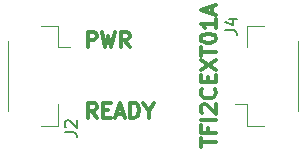
<source format=gbr>
G04 #@! TF.GenerationSoftware,KiCad,Pcbnew,(5.99.0-10394-g2e15de97e0)*
G04 #@! TF.CreationDate,2021-04-26T16:14:32+02:00*
G04 #@! TF.ProjectId,TFI2CEXT01A,54464932-4345-4585-9430-31412e6b6963,REV*
G04 #@! TF.SameCoordinates,PX78dfd90PY8290510*
G04 #@! TF.FileFunction,Legend,Top*
G04 #@! TF.FilePolarity,Positive*
%FSLAX46Y46*%
G04 Gerber Fmt 4.6, Leading zero omitted, Abs format (unit mm)*
G04 Created by KiCad (PCBNEW (5.99.0-10394-g2e15de97e0)) date 2021-04-26 16:14:32*
%MOMM*%
%LPD*%
G01*
G04 APERTURE LIST*
%ADD10C,0.300000*%
%ADD11C,0.150000*%
%ADD12C,0.120000*%
G04 APERTURE END LIST*
D10*
X-119741477Y146817904D02*
X-119741477Y148117904D01*
X-119246239Y148117904D01*
X-119122429Y148056000D01*
X-119060524Y147994095D01*
X-118998620Y147870285D01*
X-118998620Y147684571D01*
X-119060524Y147560761D01*
X-119122429Y147498857D01*
X-119246239Y147436952D01*
X-119741477Y147436952D01*
X-118565286Y148117904D02*
X-118255762Y146817904D01*
X-118008143Y147746476D01*
X-117760524Y146817904D01*
X-117451000Y148117904D01*
X-116212905Y146817904D02*
X-116646239Y147436952D01*
X-116955762Y146817904D02*
X-116955762Y148117904D01*
X-116460524Y148117904D01*
X-116336715Y148056000D01*
X-116274810Y147994095D01*
X-116212905Y147870285D01*
X-116212905Y147684571D01*
X-116274810Y147560761D01*
X-116336715Y147498857D01*
X-116460524Y147436952D01*
X-116955762Y147436952D01*
X-118998620Y140817904D02*
X-119431953Y141436952D01*
X-119741477Y140817904D02*
X-119741477Y142117904D01*
X-119246239Y142117904D01*
X-119122429Y142056000D01*
X-119060524Y141994095D01*
X-118998620Y141870285D01*
X-118998620Y141684571D01*
X-119060524Y141560761D01*
X-119122429Y141498857D01*
X-119246239Y141436952D01*
X-119741477Y141436952D01*
X-118441477Y141498857D02*
X-118008143Y141498857D01*
X-117822429Y140817904D02*
X-118441477Y140817904D01*
X-118441477Y142117904D01*
X-117822429Y142117904D01*
X-117327191Y141189333D02*
X-116708143Y141189333D01*
X-117451000Y140817904D02*
X-117017667Y142117904D01*
X-116584334Y140817904D01*
X-116151000Y140817904D02*
X-116151000Y142117904D01*
X-115841477Y142117904D01*
X-115655762Y142056000D01*
X-115531953Y141932190D01*
X-115470048Y141808380D01*
X-115408143Y141560761D01*
X-115408143Y141375047D01*
X-115470048Y141127428D01*
X-115531953Y141003619D01*
X-115655762Y140879809D01*
X-115841477Y140817904D01*
X-116151000Y140817904D01*
X-114603381Y141436952D02*
X-114603381Y140817904D01*
X-115036715Y142117904D02*
X-114603381Y141436952D01*
X-114170048Y142117904D01*
X-110185905Y138401238D02*
X-110185905Y139144095D01*
X-108885905Y138772666D02*
X-110185905Y138772666D01*
X-109566858Y140010761D02*
X-109566858Y139577428D01*
X-108885905Y139577428D02*
X-110185905Y139577428D01*
X-110185905Y140196476D01*
X-108885905Y140691714D02*
X-110185905Y140691714D01*
X-110062096Y141248857D02*
X-110124000Y141310761D01*
X-110185905Y141434571D01*
X-110185905Y141744095D01*
X-110124000Y141867904D01*
X-110062096Y141929809D01*
X-109938286Y141991714D01*
X-109814477Y141991714D01*
X-109628762Y141929809D01*
X-108885905Y141186952D01*
X-108885905Y141991714D01*
X-109009715Y143291714D02*
X-108947810Y143229809D01*
X-108885905Y143044095D01*
X-108885905Y142920285D01*
X-108947810Y142734571D01*
X-109071620Y142610761D01*
X-109195429Y142548857D01*
X-109443048Y142486952D01*
X-109628762Y142486952D01*
X-109876381Y142548857D01*
X-110000191Y142610761D01*
X-110124000Y142734571D01*
X-110185905Y142920285D01*
X-110185905Y143044095D01*
X-110124000Y143229809D01*
X-110062096Y143291714D01*
X-109566858Y143848857D02*
X-109566858Y144282190D01*
X-108885905Y144467904D02*
X-108885905Y143848857D01*
X-110185905Y143848857D01*
X-110185905Y144467904D01*
X-110185905Y144901238D02*
X-108885905Y145767904D01*
X-110185905Y145767904D02*
X-108885905Y144901238D01*
X-110185905Y146077428D02*
X-110185905Y146820285D01*
X-108885905Y146448857D02*
X-110185905Y146448857D01*
X-110185905Y147501238D02*
X-110185905Y147625047D01*
X-110124000Y147748857D01*
X-110062096Y147810761D01*
X-109938286Y147872666D01*
X-109690667Y147934571D01*
X-109381143Y147934571D01*
X-109133524Y147872666D01*
X-109009715Y147810761D01*
X-108947810Y147748857D01*
X-108885905Y147625047D01*
X-108885905Y147501238D01*
X-108947810Y147377428D01*
X-109009715Y147315523D01*
X-109133524Y147253619D01*
X-109381143Y147191714D01*
X-109690667Y147191714D01*
X-109938286Y147253619D01*
X-110062096Y147315523D01*
X-110124000Y147377428D01*
X-110185905Y147501238D01*
X-108885905Y149172666D02*
X-108885905Y148429809D01*
X-108885905Y148801238D02*
X-110185905Y148801238D01*
X-110000191Y148677428D01*
X-109876381Y148553619D01*
X-109814477Y148429809D01*
X-109257334Y149667904D02*
X-109257334Y150286952D01*
X-108885905Y149544095D02*
X-110185905Y149977428D01*
X-108885905Y150410761D01*
D11*
G04 #@! TO.C,J2*
X-121705620Y139620666D02*
X-120991334Y139620666D01*
X-120848477Y139573047D01*
X-120753239Y139477809D01*
X-120705620Y139334952D01*
X-120705620Y139239714D01*
X-121610381Y140049238D02*
X-121658000Y140096857D01*
X-121705620Y140192095D01*
X-121705620Y140430190D01*
X-121658000Y140525428D01*
X-121610381Y140573047D01*
X-121515143Y140620666D01*
X-121419905Y140620666D01*
X-121277048Y140573047D01*
X-120705620Y140001619D01*
X-120705620Y140620666D01*
G04 #@! TO.C,J4*
X-108116620Y148256666D02*
X-107402334Y148256666D01*
X-107259477Y148209047D01*
X-107164239Y148113809D01*
X-107116620Y147970952D01*
X-107116620Y147875714D01*
X-107783286Y149161428D02*
X-107116620Y149161428D01*
X-108164239Y148923333D02*
X-107449953Y148685238D01*
X-107449953Y149304285D01*
D12*
G04 #@! TO.C,J2*
X-122236000Y148641000D02*
X-122236000Y146841000D01*
X-123686000Y140171000D02*
X-122236000Y140171000D01*
X-123686000Y148641000D02*
X-122236000Y148641000D01*
X-126506000Y147371000D02*
X-126506000Y141441000D01*
X-122236000Y146841000D02*
X-121246000Y146841000D01*
X-122236000Y140171000D02*
X-122236000Y141971000D01*
G04 #@! TO.C,J4*
X-101986000Y141441000D02*
X-101986000Y147371000D01*
X-104806000Y148641000D02*
X-106256000Y148641000D01*
X-106256000Y148641000D02*
X-106256000Y146841000D01*
X-106256000Y140171000D02*
X-106256000Y141971000D01*
X-106256000Y141971000D02*
X-107246000Y141971000D01*
X-104806000Y140171000D02*
X-106256000Y140171000D01*
G04 #@! TD*
M02*

</source>
